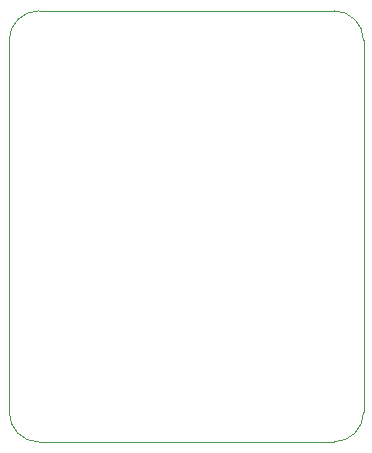
<source format=gbr>
%TF.GenerationSoftware,KiCad,Pcbnew,8.0.5*%
%TF.CreationDate,2024-11-27T14:49:20+01:00*%
%TF.ProjectId,PCB_TOF_droit,5043425f-544f-4465-9f64-726f69742e6b,rev?*%
%TF.SameCoordinates,Original*%
%TF.FileFunction,Profile,NP*%
%FSLAX46Y46*%
G04 Gerber Fmt 4.6, Leading zero omitted, Abs format (unit mm)*
G04 Created by KiCad (PCBNEW 8.0.5) date 2024-11-27 14:49:20*
%MOMM*%
%LPD*%
G01*
G04 APERTURE LIST*
%TA.AperFunction,Profile*%
%ADD10C,0.050000*%
%TD*%
G04 APERTURE END LIST*
D10*
X147250000Y-108000000D02*
G75*
G02*
X144750000Y-105500000I0J2500000D01*
G01*
X172250000Y-108000000D02*
X147250000Y-108000000D01*
X144750000Y-74000000D02*
G75*
G02*
X147250000Y-71500000I2500000J0D01*
G01*
X172250000Y-71500000D02*
G75*
G02*
X174750000Y-74000000I0J-2500000D01*
G01*
X174750000Y-74000000D02*
X174750000Y-105500000D01*
X144750000Y-105500000D02*
X144750000Y-74000000D01*
X174750000Y-105500000D02*
G75*
G02*
X172250000Y-108000000I-2500000J0D01*
G01*
X147250000Y-71500000D02*
X172250000Y-71500000D01*
M02*

</source>
